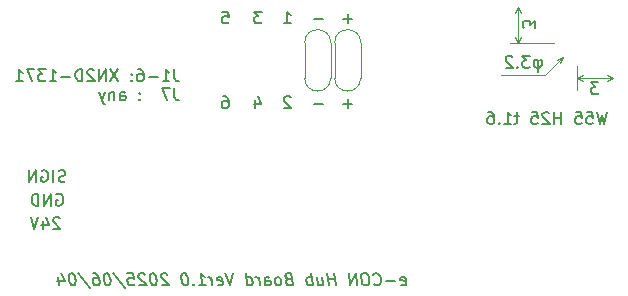
<source format=gbr>
%TF.GenerationSoftware,KiCad,Pcbnew,8.0.5*%
%TF.CreationDate,2025-06-04T17:28:06+09:00*%
%TF.ProjectId,e-con_hub,652d636f-6e5f-4687-9562-2e6b69636164,rev?*%
%TF.SameCoordinates,Original*%
%TF.FileFunction,Legend,Bot*%
%TF.FilePolarity,Positive*%
%FSLAX46Y46*%
G04 Gerber Fmt 4.6, Leading zero omitted, Abs format (unit mm)*
G04 Created by KiCad (PCBNEW 8.0.5) date 2025-06-04 17:28:06*
%MOMM*%
%LPD*%
G01*
G04 APERTURE LIST*
%ADD10C,0.150000*%
%ADD11C,0.100000*%
G04 APERTURE END LIST*
D10*
X180758458Y-89369819D02*
X180139411Y-89369819D01*
X180139411Y-89369819D02*
X180472744Y-89750771D01*
X180472744Y-89750771D02*
X180329887Y-89750771D01*
X180329887Y-89750771D02*
X180234649Y-89798390D01*
X180234649Y-89798390D02*
X180187030Y-89846009D01*
X180187030Y-89846009D02*
X180139411Y-89941247D01*
X180139411Y-89941247D02*
X180139411Y-90179342D01*
X180139411Y-90179342D02*
X180187030Y-90274580D01*
X180187030Y-90274580D02*
X180234649Y-90322200D01*
X180234649Y-90322200D02*
X180329887Y-90369819D01*
X180329887Y-90369819D02*
X180615601Y-90369819D01*
X180615601Y-90369819D02*
X180710839Y-90322200D01*
X180710839Y-90322200D02*
X180758458Y-90274580D01*
X175380180Y-84758458D02*
X175380180Y-84139411D01*
X175380180Y-84139411D02*
X174999228Y-84472744D01*
X174999228Y-84472744D02*
X174999228Y-84329887D01*
X174999228Y-84329887D02*
X174951609Y-84234649D01*
X174951609Y-84234649D02*
X174903990Y-84187030D01*
X174903990Y-84187030D02*
X174808752Y-84139411D01*
X174808752Y-84139411D02*
X174570657Y-84139411D01*
X174570657Y-84139411D02*
X174475419Y-84187030D01*
X174475419Y-84187030D02*
X174427800Y-84234649D01*
X174427800Y-84234649D02*
X174380180Y-84329887D01*
X174380180Y-84329887D02*
X174380180Y-84615601D01*
X174380180Y-84615601D02*
X174427800Y-84710839D01*
X174427800Y-84710839D02*
X174475419Y-84758458D01*
X175865601Y-87453152D02*
X175913220Y-87500771D01*
X175913220Y-87500771D02*
X175960839Y-87596009D01*
X175960839Y-87596009D02*
X175960839Y-87881723D01*
X175960839Y-87881723D02*
X175913220Y-87976961D01*
X175913220Y-87976961D02*
X175817982Y-88072200D01*
X175817982Y-88072200D02*
X175722744Y-88119819D01*
X175722744Y-88119819D02*
X175532268Y-88119819D01*
X175532268Y-88119819D02*
X175437030Y-88072200D01*
X175437030Y-88072200D02*
X175341792Y-87976961D01*
X175341792Y-87976961D02*
X175294173Y-87881723D01*
X175294173Y-87881723D02*
X175294173Y-87596009D01*
X175294173Y-87596009D02*
X175341792Y-87500771D01*
X175341792Y-87500771D02*
X175437030Y-87453152D01*
X175437030Y-87453152D02*
X175484649Y-87453152D01*
X175484649Y-87453152D02*
X175579887Y-87500771D01*
X175579887Y-87500771D02*
X175627506Y-87596009D01*
X175627506Y-87596009D02*
X175627506Y-88453152D01*
X174960839Y-87119819D02*
X174341792Y-87119819D01*
X174341792Y-87119819D02*
X174675125Y-87500771D01*
X174675125Y-87500771D02*
X174532268Y-87500771D01*
X174532268Y-87500771D02*
X174437030Y-87548390D01*
X174437030Y-87548390D02*
X174389411Y-87596009D01*
X174389411Y-87596009D02*
X174341792Y-87691247D01*
X174341792Y-87691247D02*
X174341792Y-87929342D01*
X174341792Y-87929342D02*
X174389411Y-88024580D01*
X174389411Y-88024580D02*
X174437030Y-88072200D01*
X174437030Y-88072200D02*
X174532268Y-88119819D01*
X174532268Y-88119819D02*
X174817982Y-88119819D01*
X174817982Y-88119819D02*
X174913220Y-88072200D01*
X174913220Y-88072200D02*
X174960839Y-88024580D01*
X173913220Y-88024580D02*
X173865601Y-88072200D01*
X173865601Y-88072200D02*
X173913220Y-88119819D01*
X173913220Y-88119819D02*
X173960839Y-88072200D01*
X173960839Y-88072200D02*
X173913220Y-88024580D01*
X173913220Y-88024580D02*
X173913220Y-88119819D01*
X173484649Y-87215057D02*
X173437030Y-87167438D01*
X173437030Y-87167438D02*
X173341792Y-87119819D01*
X173341792Y-87119819D02*
X173103697Y-87119819D01*
X173103697Y-87119819D02*
X173008459Y-87167438D01*
X173008459Y-87167438D02*
X172960840Y-87215057D01*
X172960840Y-87215057D02*
X172913221Y-87310295D01*
X172913221Y-87310295D02*
X172913221Y-87405533D01*
X172913221Y-87405533D02*
X172960840Y-87548390D01*
X172960840Y-87548390D02*
X173532268Y-88119819D01*
X173532268Y-88119819D02*
X172913221Y-88119819D01*
D11*
X177750000Y-87250000D02*
X177500000Y-87750000D01*
X177750000Y-87250000D02*
X177250000Y-87500000D01*
X176250000Y-88750000D02*
X172500000Y-88750000D01*
X177750000Y-87250000D02*
X176250000Y-88750000D01*
X174000000Y-83000000D02*
X173750000Y-83500000D01*
X174000000Y-83000000D02*
X174250000Y-83500000D01*
X174000000Y-86000000D02*
X173750000Y-85500000D01*
X174000000Y-86000000D02*
X174250000Y-85500000D01*
X182000000Y-89000000D02*
X181500000Y-88750000D01*
X182000000Y-89000000D02*
X181500000Y-89250000D01*
X179000000Y-89000000D02*
X179500000Y-89250000D01*
X179000000Y-89000000D02*
X179500000Y-88750000D01*
X179000000Y-89000000D02*
X182000000Y-89000000D01*
X174000000Y-86000000D02*
X174000000Y-83000000D01*
X177000000Y-86000000D02*
X173250000Y-86000000D01*
X179000000Y-88000000D02*
X179000000Y-90000000D01*
D10*
X181508458Y-91869819D02*
X181270363Y-92869819D01*
X181270363Y-92869819D02*
X181079887Y-92155533D01*
X181079887Y-92155533D02*
X180889411Y-92869819D01*
X180889411Y-92869819D02*
X180651316Y-91869819D01*
X179794173Y-91869819D02*
X180270363Y-91869819D01*
X180270363Y-91869819D02*
X180317982Y-92346009D01*
X180317982Y-92346009D02*
X180270363Y-92298390D01*
X180270363Y-92298390D02*
X180175125Y-92250771D01*
X180175125Y-92250771D02*
X179937030Y-92250771D01*
X179937030Y-92250771D02*
X179841792Y-92298390D01*
X179841792Y-92298390D02*
X179794173Y-92346009D01*
X179794173Y-92346009D02*
X179746554Y-92441247D01*
X179746554Y-92441247D02*
X179746554Y-92679342D01*
X179746554Y-92679342D02*
X179794173Y-92774580D01*
X179794173Y-92774580D02*
X179841792Y-92822200D01*
X179841792Y-92822200D02*
X179937030Y-92869819D01*
X179937030Y-92869819D02*
X180175125Y-92869819D01*
X180175125Y-92869819D02*
X180270363Y-92822200D01*
X180270363Y-92822200D02*
X180317982Y-92774580D01*
X178841792Y-91869819D02*
X179317982Y-91869819D01*
X179317982Y-91869819D02*
X179365601Y-92346009D01*
X179365601Y-92346009D02*
X179317982Y-92298390D01*
X179317982Y-92298390D02*
X179222744Y-92250771D01*
X179222744Y-92250771D02*
X178984649Y-92250771D01*
X178984649Y-92250771D02*
X178889411Y-92298390D01*
X178889411Y-92298390D02*
X178841792Y-92346009D01*
X178841792Y-92346009D02*
X178794173Y-92441247D01*
X178794173Y-92441247D02*
X178794173Y-92679342D01*
X178794173Y-92679342D02*
X178841792Y-92774580D01*
X178841792Y-92774580D02*
X178889411Y-92822200D01*
X178889411Y-92822200D02*
X178984649Y-92869819D01*
X178984649Y-92869819D02*
X179222744Y-92869819D01*
X179222744Y-92869819D02*
X179317982Y-92822200D01*
X179317982Y-92822200D02*
X179365601Y-92774580D01*
X177603696Y-92869819D02*
X177603696Y-91869819D01*
X177603696Y-92346009D02*
X177032268Y-92346009D01*
X177032268Y-92869819D02*
X177032268Y-91869819D01*
X176603696Y-91965057D02*
X176556077Y-91917438D01*
X176556077Y-91917438D02*
X176460839Y-91869819D01*
X176460839Y-91869819D02*
X176222744Y-91869819D01*
X176222744Y-91869819D02*
X176127506Y-91917438D01*
X176127506Y-91917438D02*
X176079887Y-91965057D01*
X176079887Y-91965057D02*
X176032268Y-92060295D01*
X176032268Y-92060295D02*
X176032268Y-92155533D01*
X176032268Y-92155533D02*
X176079887Y-92298390D01*
X176079887Y-92298390D02*
X176651315Y-92869819D01*
X176651315Y-92869819D02*
X176032268Y-92869819D01*
X175127506Y-91869819D02*
X175603696Y-91869819D01*
X175603696Y-91869819D02*
X175651315Y-92346009D01*
X175651315Y-92346009D02*
X175603696Y-92298390D01*
X175603696Y-92298390D02*
X175508458Y-92250771D01*
X175508458Y-92250771D02*
X175270363Y-92250771D01*
X175270363Y-92250771D02*
X175175125Y-92298390D01*
X175175125Y-92298390D02*
X175127506Y-92346009D01*
X175127506Y-92346009D02*
X175079887Y-92441247D01*
X175079887Y-92441247D02*
X175079887Y-92679342D01*
X175079887Y-92679342D02*
X175127506Y-92774580D01*
X175127506Y-92774580D02*
X175175125Y-92822200D01*
X175175125Y-92822200D02*
X175270363Y-92869819D01*
X175270363Y-92869819D02*
X175508458Y-92869819D01*
X175508458Y-92869819D02*
X175603696Y-92822200D01*
X175603696Y-92822200D02*
X175651315Y-92774580D01*
X174032267Y-92203152D02*
X173651315Y-92203152D01*
X173889410Y-91869819D02*
X173889410Y-92726961D01*
X173889410Y-92726961D02*
X173841791Y-92822200D01*
X173841791Y-92822200D02*
X173746553Y-92869819D01*
X173746553Y-92869819D02*
X173651315Y-92869819D01*
X172794172Y-92869819D02*
X173365600Y-92869819D01*
X173079886Y-92869819D02*
X173079886Y-91869819D01*
X173079886Y-91869819D02*
X173175124Y-92012676D01*
X173175124Y-92012676D02*
X173270362Y-92107914D01*
X173270362Y-92107914D02*
X173365600Y-92155533D01*
X172365600Y-92774580D02*
X172317981Y-92822200D01*
X172317981Y-92822200D02*
X172365600Y-92869819D01*
X172365600Y-92869819D02*
X172413219Y-92822200D01*
X172413219Y-92822200D02*
X172365600Y-92774580D01*
X172365600Y-92774580D02*
X172365600Y-92869819D01*
X171460839Y-91869819D02*
X171651315Y-91869819D01*
X171651315Y-91869819D02*
X171746553Y-91917438D01*
X171746553Y-91917438D02*
X171794172Y-91965057D01*
X171794172Y-91965057D02*
X171889410Y-92107914D01*
X171889410Y-92107914D02*
X171937029Y-92298390D01*
X171937029Y-92298390D02*
X171937029Y-92679342D01*
X171937029Y-92679342D02*
X171889410Y-92774580D01*
X171889410Y-92774580D02*
X171841791Y-92822200D01*
X171841791Y-92822200D02*
X171746553Y-92869819D01*
X171746553Y-92869819D02*
X171556077Y-92869819D01*
X171556077Y-92869819D02*
X171460839Y-92822200D01*
X171460839Y-92822200D02*
X171413220Y-92774580D01*
X171413220Y-92774580D02*
X171365601Y-92679342D01*
X171365601Y-92679342D02*
X171365601Y-92441247D01*
X171365601Y-92441247D02*
X171413220Y-92346009D01*
X171413220Y-92346009D02*
X171460839Y-92298390D01*
X171460839Y-92298390D02*
X171556077Y-92250771D01*
X171556077Y-92250771D02*
X171746553Y-92250771D01*
X171746553Y-92250771D02*
X171841791Y-92298390D01*
X171841791Y-92298390D02*
X171889410Y-92346009D01*
X171889410Y-92346009D02*
X171937029Y-92441247D01*
X164086781Y-106492200D02*
X164187971Y-106539819D01*
X164187971Y-106539819D02*
X164378448Y-106539819D01*
X164378448Y-106539819D02*
X164467733Y-106492200D01*
X164467733Y-106492200D02*
X164503448Y-106396961D01*
X164503448Y-106396961D02*
X164455829Y-106016009D01*
X164455829Y-106016009D02*
X164396305Y-105920771D01*
X164396305Y-105920771D02*
X164295114Y-105873152D01*
X164295114Y-105873152D02*
X164104638Y-105873152D01*
X164104638Y-105873152D02*
X164015352Y-105920771D01*
X164015352Y-105920771D02*
X163979638Y-106016009D01*
X163979638Y-106016009D02*
X163991543Y-106111247D01*
X163991543Y-106111247D02*
X164479638Y-106206485D01*
X163568924Y-106158866D02*
X162807019Y-106158866D01*
X161795114Y-106444580D02*
X161848686Y-106492200D01*
X161848686Y-106492200D02*
X161997495Y-106539819D01*
X161997495Y-106539819D02*
X162092733Y-106539819D01*
X162092733Y-106539819D02*
X162229638Y-106492200D01*
X162229638Y-106492200D02*
X162312971Y-106396961D01*
X162312971Y-106396961D02*
X162348686Y-106301723D01*
X162348686Y-106301723D02*
X162372495Y-106111247D01*
X162372495Y-106111247D02*
X162354638Y-105968390D01*
X162354638Y-105968390D02*
X162283210Y-105777914D01*
X162283210Y-105777914D02*
X162223686Y-105682676D01*
X162223686Y-105682676D02*
X162116543Y-105587438D01*
X162116543Y-105587438D02*
X161967733Y-105539819D01*
X161967733Y-105539819D02*
X161872495Y-105539819D01*
X161872495Y-105539819D02*
X161735591Y-105587438D01*
X161735591Y-105587438D02*
X161693924Y-105635057D01*
X161062971Y-105539819D02*
X160872495Y-105539819D01*
X160872495Y-105539819D02*
X160783210Y-105587438D01*
X160783210Y-105587438D02*
X160699876Y-105682676D01*
X160699876Y-105682676D02*
X160676067Y-105873152D01*
X160676067Y-105873152D02*
X160717733Y-106206485D01*
X160717733Y-106206485D02*
X160789162Y-106396961D01*
X160789162Y-106396961D02*
X160896305Y-106492200D01*
X160896305Y-106492200D02*
X160997495Y-106539819D01*
X160997495Y-106539819D02*
X161187971Y-106539819D01*
X161187971Y-106539819D02*
X161277257Y-106492200D01*
X161277257Y-106492200D02*
X161360591Y-106396961D01*
X161360591Y-106396961D02*
X161384400Y-106206485D01*
X161384400Y-106206485D02*
X161342733Y-105873152D01*
X161342733Y-105873152D02*
X161271305Y-105682676D01*
X161271305Y-105682676D02*
X161164162Y-105587438D01*
X161164162Y-105587438D02*
X161062971Y-105539819D01*
X160330829Y-106539819D02*
X160205829Y-105539819D01*
X160205829Y-105539819D02*
X159759400Y-106539819D01*
X159759400Y-106539819D02*
X159634400Y-105539819D01*
X158521305Y-106539819D02*
X158396305Y-105539819D01*
X158455828Y-106016009D02*
X157884400Y-106016009D01*
X157949876Y-106539819D02*
X157824876Y-105539819D01*
X156961781Y-105873152D02*
X157045114Y-106539819D01*
X157390352Y-105873152D02*
X157455829Y-106396961D01*
X157455829Y-106396961D02*
X157420114Y-106492200D01*
X157420114Y-106492200D02*
X157330829Y-106539819D01*
X157330829Y-106539819D02*
X157187971Y-106539819D01*
X157187971Y-106539819D02*
X157086781Y-106492200D01*
X157086781Y-106492200D02*
X157033209Y-106444580D01*
X156568924Y-106539819D02*
X156443924Y-105539819D01*
X156491543Y-105920771D02*
X156390352Y-105873152D01*
X156390352Y-105873152D02*
X156199876Y-105873152D01*
X156199876Y-105873152D02*
X156110590Y-105920771D01*
X156110590Y-105920771D02*
X156068924Y-105968390D01*
X156068924Y-105968390D02*
X156033209Y-106063628D01*
X156033209Y-106063628D02*
X156068924Y-106349342D01*
X156068924Y-106349342D02*
X156128447Y-106444580D01*
X156128447Y-106444580D02*
X156182019Y-106492200D01*
X156182019Y-106492200D02*
X156283209Y-106539819D01*
X156283209Y-106539819D02*
X156473686Y-106539819D01*
X156473686Y-106539819D02*
X156562971Y-106492200D01*
X154503447Y-106016009D02*
X154366542Y-106063628D01*
X154366542Y-106063628D02*
X154324876Y-106111247D01*
X154324876Y-106111247D02*
X154289161Y-106206485D01*
X154289161Y-106206485D02*
X154307019Y-106349342D01*
X154307019Y-106349342D02*
X154366542Y-106444580D01*
X154366542Y-106444580D02*
X154420114Y-106492200D01*
X154420114Y-106492200D02*
X154521304Y-106539819D01*
X154521304Y-106539819D02*
X154902257Y-106539819D01*
X154902257Y-106539819D02*
X154777257Y-105539819D01*
X154777257Y-105539819D02*
X154443923Y-105539819D01*
X154443923Y-105539819D02*
X154354638Y-105587438D01*
X154354638Y-105587438D02*
X154312971Y-105635057D01*
X154312971Y-105635057D02*
X154277257Y-105730295D01*
X154277257Y-105730295D02*
X154289161Y-105825533D01*
X154289161Y-105825533D02*
X154348685Y-105920771D01*
X154348685Y-105920771D02*
X154402257Y-105968390D01*
X154402257Y-105968390D02*
X154503447Y-106016009D01*
X154503447Y-106016009D02*
X154836780Y-106016009D01*
X153759400Y-106539819D02*
X153848685Y-106492200D01*
X153848685Y-106492200D02*
X153890352Y-106444580D01*
X153890352Y-106444580D02*
X153926066Y-106349342D01*
X153926066Y-106349342D02*
X153890352Y-106063628D01*
X153890352Y-106063628D02*
X153830828Y-105968390D01*
X153830828Y-105968390D02*
X153777257Y-105920771D01*
X153777257Y-105920771D02*
X153676066Y-105873152D01*
X153676066Y-105873152D02*
X153533209Y-105873152D01*
X153533209Y-105873152D02*
X153443923Y-105920771D01*
X153443923Y-105920771D02*
X153402257Y-105968390D01*
X153402257Y-105968390D02*
X153366542Y-106063628D01*
X153366542Y-106063628D02*
X153402257Y-106349342D01*
X153402257Y-106349342D02*
X153461780Y-106444580D01*
X153461780Y-106444580D02*
X153515352Y-106492200D01*
X153515352Y-106492200D02*
X153616542Y-106539819D01*
X153616542Y-106539819D02*
X153759400Y-106539819D01*
X152568923Y-106539819D02*
X152503447Y-106016009D01*
X152503447Y-106016009D02*
X152539161Y-105920771D01*
X152539161Y-105920771D02*
X152628447Y-105873152D01*
X152628447Y-105873152D02*
X152818923Y-105873152D01*
X152818923Y-105873152D02*
X152920114Y-105920771D01*
X152562971Y-106492200D02*
X152664161Y-106539819D01*
X152664161Y-106539819D02*
X152902257Y-106539819D01*
X152902257Y-106539819D02*
X152991542Y-106492200D01*
X152991542Y-106492200D02*
X153027257Y-106396961D01*
X153027257Y-106396961D02*
X153015352Y-106301723D01*
X153015352Y-106301723D02*
X152955828Y-106206485D01*
X152955828Y-106206485D02*
X152854638Y-106158866D01*
X152854638Y-106158866D02*
X152616542Y-106158866D01*
X152616542Y-106158866D02*
X152515352Y-106111247D01*
X152092733Y-106539819D02*
X152009399Y-105873152D01*
X152033209Y-106063628D02*
X151973685Y-105968390D01*
X151973685Y-105968390D02*
X151920114Y-105920771D01*
X151920114Y-105920771D02*
X151818923Y-105873152D01*
X151818923Y-105873152D02*
X151723685Y-105873152D01*
X151045113Y-106539819D02*
X150920113Y-105539819D01*
X151039161Y-106492200D02*
X151140351Y-106539819D01*
X151140351Y-106539819D02*
X151330828Y-106539819D01*
X151330828Y-106539819D02*
X151420113Y-106492200D01*
X151420113Y-106492200D02*
X151461780Y-106444580D01*
X151461780Y-106444580D02*
X151497494Y-106349342D01*
X151497494Y-106349342D02*
X151461780Y-106063628D01*
X151461780Y-106063628D02*
X151402256Y-105968390D01*
X151402256Y-105968390D02*
X151348685Y-105920771D01*
X151348685Y-105920771D02*
X151247494Y-105873152D01*
X151247494Y-105873152D02*
X151057018Y-105873152D01*
X151057018Y-105873152D02*
X150967732Y-105920771D01*
X149824875Y-105539819D02*
X149616541Y-106539819D01*
X149616541Y-106539819D02*
X149158208Y-105539819D01*
X148562970Y-106492200D02*
X148664160Y-106539819D01*
X148664160Y-106539819D02*
X148854637Y-106539819D01*
X148854637Y-106539819D02*
X148943922Y-106492200D01*
X148943922Y-106492200D02*
X148979637Y-106396961D01*
X148979637Y-106396961D02*
X148932018Y-106016009D01*
X148932018Y-106016009D02*
X148872494Y-105920771D01*
X148872494Y-105920771D02*
X148771303Y-105873152D01*
X148771303Y-105873152D02*
X148580827Y-105873152D01*
X148580827Y-105873152D02*
X148491541Y-105920771D01*
X148491541Y-105920771D02*
X148455827Y-106016009D01*
X148455827Y-106016009D02*
X148467732Y-106111247D01*
X148467732Y-106111247D02*
X148955827Y-106206485D01*
X148092732Y-106539819D02*
X148009398Y-105873152D01*
X148033208Y-106063628D02*
X147973684Y-105968390D01*
X147973684Y-105968390D02*
X147920113Y-105920771D01*
X147920113Y-105920771D02*
X147818922Y-105873152D01*
X147818922Y-105873152D02*
X147723684Y-105873152D01*
X146949874Y-106539819D02*
X147521303Y-106539819D01*
X147235588Y-106539819D02*
X147110588Y-105539819D01*
X147110588Y-105539819D02*
X147223684Y-105682676D01*
X147223684Y-105682676D02*
X147330827Y-105777914D01*
X147330827Y-105777914D02*
X147432017Y-105825533D01*
X146509398Y-106444580D02*
X146467731Y-106492200D01*
X146467731Y-106492200D02*
X146521303Y-106539819D01*
X146521303Y-106539819D02*
X146562969Y-106492200D01*
X146562969Y-106492200D02*
X146509398Y-106444580D01*
X146509398Y-106444580D02*
X146521303Y-106539819D01*
X145729636Y-105539819D02*
X145634398Y-105539819D01*
X145634398Y-105539819D02*
X145545113Y-105587438D01*
X145545113Y-105587438D02*
X145503446Y-105635057D01*
X145503446Y-105635057D02*
X145467732Y-105730295D01*
X145467732Y-105730295D02*
X145443922Y-105920771D01*
X145443922Y-105920771D02*
X145473684Y-106158866D01*
X145473684Y-106158866D02*
X145545113Y-106349342D01*
X145545113Y-106349342D02*
X145604636Y-106444580D01*
X145604636Y-106444580D02*
X145658208Y-106492200D01*
X145658208Y-106492200D02*
X145759398Y-106539819D01*
X145759398Y-106539819D02*
X145854636Y-106539819D01*
X145854636Y-106539819D02*
X145943922Y-106492200D01*
X145943922Y-106492200D02*
X145985589Y-106444580D01*
X145985589Y-106444580D02*
X146021303Y-106349342D01*
X146021303Y-106349342D02*
X146045113Y-106158866D01*
X146045113Y-106158866D02*
X146015351Y-105920771D01*
X146015351Y-105920771D02*
X145943922Y-105730295D01*
X145943922Y-105730295D02*
X145884398Y-105635057D01*
X145884398Y-105635057D02*
X145830827Y-105587438D01*
X145830827Y-105587438D02*
X145729636Y-105539819D01*
X144265350Y-105635057D02*
X144211779Y-105587438D01*
X144211779Y-105587438D02*
X144110589Y-105539819D01*
X144110589Y-105539819D02*
X143872493Y-105539819D01*
X143872493Y-105539819D02*
X143783208Y-105587438D01*
X143783208Y-105587438D02*
X143741541Y-105635057D01*
X143741541Y-105635057D02*
X143705827Y-105730295D01*
X143705827Y-105730295D02*
X143717731Y-105825533D01*
X143717731Y-105825533D02*
X143783208Y-105968390D01*
X143783208Y-105968390D02*
X144426065Y-106539819D01*
X144426065Y-106539819D02*
X143807017Y-106539819D01*
X143062969Y-105539819D02*
X142967731Y-105539819D01*
X142967731Y-105539819D02*
X142878446Y-105587438D01*
X142878446Y-105587438D02*
X142836779Y-105635057D01*
X142836779Y-105635057D02*
X142801065Y-105730295D01*
X142801065Y-105730295D02*
X142777255Y-105920771D01*
X142777255Y-105920771D02*
X142807017Y-106158866D01*
X142807017Y-106158866D02*
X142878446Y-106349342D01*
X142878446Y-106349342D02*
X142937969Y-106444580D01*
X142937969Y-106444580D02*
X142991541Y-106492200D01*
X142991541Y-106492200D02*
X143092731Y-106539819D01*
X143092731Y-106539819D02*
X143187969Y-106539819D01*
X143187969Y-106539819D02*
X143277255Y-106492200D01*
X143277255Y-106492200D02*
X143318922Y-106444580D01*
X143318922Y-106444580D02*
X143354636Y-106349342D01*
X143354636Y-106349342D02*
X143378446Y-106158866D01*
X143378446Y-106158866D02*
X143348684Y-105920771D01*
X143348684Y-105920771D02*
X143277255Y-105730295D01*
X143277255Y-105730295D02*
X143217731Y-105635057D01*
X143217731Y-105635057D02*
X143164160Y-105587438D01*
X143164160Y-105587438D02*
X143062969Y-105539819D01*
X142360588Y-105635057D02*
X142307017Y-105587438D01*
X142307017Y-105587438D02*
X142205827Y-105539819D01*
X142205827Y-105539819D02*
X141967731Y-105539819D01*
X141967731Y-105539819D02*
X141878446Y-105587438D01*
X141878446Y-105587438D02*
X141836779Y-105635057D01*
X141836779Y-105635057D02*
X141801065Y-105730295D01*
X141801065Y-105730295D02*
X141812969Y-105825533D01*
X141812969Y-105825533D02*
X141878446Y-105968390D01*
X141878446Y-105968390D02*
X142521303Y-106539819D01*
X142521303Y-106539819D02*
X141902255Y-106539819D01*
X140872493Y-105539819D02*
X141348684Y-105539819D01*
X141348684Y-105539819D02*
X141455827Y-106016009D01*
X141455827Y-106016009D02*
X141402255Y-105968390D01*
X141402255Y-105968390D02*
X141301065Y-105920771D01*
X141301065Y-105920771D02*
X141062969Y-105920771D01*
X141062969Y-105920771D02*
X140973684Y-105968390D01*
X140973684Y-105968390D02*
X140932017Y-106016009D01*
X140932017Y-106016009D02*
X140896303Y-106111247D01*
X140896303Y-106111247D02*
X140926065Y-106349342D01*
X140926065Y-106349342D02*
X140985588Y-106444580D01*
X140985588Y-106444580D02*
X141039160Y-106492200D01*
X141039160Y-106492200D02*
X141140350Y-106539819D01*
X141140350Y-106539819D02*
X141378446Y-106539819D01*
X141378446Y-106539819D02*
X141467731Y-106492200D01*
X141467731Y-106492200D02*
X141509398Y-106444580D01*
X139676065Y-105492200D02*
X140693922Y-106777914D01*
X139158207Y-105539819D02*
X139062969Y-105539819D01*
X139062969Y-105539819D02*
X138973684Y-105587438D01*
X138973684Y-105587438D02*
X138932017Y-105635057D01*
X138932017Y-105635057D02*
X138896303Y-105730295D01*
X138896303Y-105730295D02*
X138872493Y-105920771D01*
X138872493Y-105920771D02*
X138902255Y-106158866D01*
X138902255Y-106158866D02*
X138973684Y-106349342D01*
X138973684Y-106349342D02*
X139033207Y-106444580D01*
X139033207Y-106444580D02*
X139086779Y-106492200D01*
X139086779Y-106492200D02*
X139187969Y-106539819D01*
X139187969Y-106539819D02*
X139283207Y-106539819D01*
X139283207Y-106539819D02*
X139372493Y-106492200D01*
X139372493Y-106492200D02*
X139414160Y-106444580D01*
X139414160Y-106444580D02*
X139449874Y-106349342D01*
X139449874Y-106349342D02*
X139473684Y-106158866D01*
X139473684Y-106158866D02*
X139443922Y-105920771D01*
X139443922Y-105920771D02*
X139372493Y-105730295D01*
X139372493Y-105730295D02*
X139312969Y-105635057D01*
X139312969Y-105635057D02*
X139259398Y-105587438D01*
X139259398Y-105587438D02*
X139158207Y-105539819D01*
X137967731Y-105539819D02*
X138158207Y-105539819D01*
X138158207Y-105539819D02*
X138259398Y-105587438D01*
X138259398Y-105587438D02*
X138312969Y-105635057D01*
X138312969Y-105635057D02*
X138426065Y-105777914D01*
X138426065Y-105777914D02*
X138497493Y-105968390D01*
X138497493Y-105968390D02*
X138545112Y-106349342D01*
X138545112Y-106349342D02*
X138509398Y-106444580D01*
X138509398Y-106444580D02*
X138467731Y-106492200D01*
X138467731Y-106492200D02*
X138378446Y-106539819D01*
X138378446Y-106539819D02*
X138187969Y-106539819D01*
X138187969Y-106539819D02*
X138086779Y-106492200D01*
X138086779Y-106492200D02*
X138033207Y-106444580D01*
X138033207Y-106444580D02*
X137973684Y-106349342D01*
X137973684Y-106349342D02*
X137943922Y-106111247D01*
X137943922Y-106111247D02*
X137979636Y-106016009D01*
X137979636Y-106016009D02*
X138021303Y-105968390D01*
X138021303Y-105968390D02*
X138110588Y-105920771D01*
X138110588Y-105920771D02*
X138301065Y-105920771D01*
X138301065Y-105920771D02*
X138402255Y-105968390D01*
X138402255Y-105968390D02*
X138455826Y-106016009D01*
X138455826Y-106016009D02*
X138515350Y-106111247D01*
X136723684Y-105492200D02*
X137741541Y-106777914D01*
X136205826Y-105539819D02*
X136110588Y-105539819D01*
X136110588Y-105539819D02*
X136021303Y-105587438D01*
X136021303Y-105587438D02*
X135979636Y-105635057D01*
X135979636Y-105635057D02*
X135943922Y-105730295D01*
X135943922Y-105730295D02*
X135920112Y-105920771D01*
X135920112Y-105920771D02*
X135949874Y-106158866D01*
X135949874Y-106158866D02*
X136021303Y-106349342D01*
X136021303Y-106349342D02*
X136080826Y-106444580D01*
X136080826Y-106444580D02*
X136134398Y-106492200D01*
X136134398Y-106492200D02*
X136235588Y-106539819D01*
X136235588Y-106539819D02*
X136330826Y-106539819D01*
X136330826Y-106539819D02*
X136420112Y-106492200D01*
X136420112Y-106492200D02*
X136461779Y-106444580D01*
X136461779Y-106444580D02*
X136497493Y-106349342D01*
X136497493Y-106349342D02*
X136521303Y-106158866D01*
X136521303Y-106158866D02*
X136491541Y-105920771D01*
X136491541Y-105920771D02*
X136420112Y-105730295D01*
X136420112Y-105730295D02*
X136360588Y-105635057D01*
X136360588Y-105635057D02*
X136307017Y-105587438D01*
X136307017Y-105587438D02*
X136205826Y-105539819D01*
X135057017Y-105873152D02*
X135140350Y-106539819D01*
X135247493Y-105492200D02*
X135574874Y-106206485D01*
X135574874Y-106206485D02*
X134955826Y-106206485D01*
X135170112Y-100885057D02*
X135122493Y-100837438D01*
X135122493Y-100837438D02*
X135027255Y-100789819D01*
X135027255Y-100789819D02*
X134789160Y-100789819D01*
X134789160Y-100789819D02*
X134693922Y-100837438D01*
X134693922Y-100837438D02*
X134646303Y-100885057D01*
X134646303Y-100885057D02*
X134598684Y-100980295D01*
X134598684Y-100980295D02*
X134598684Y-101075533D01*
X134598684Y-101075533D02*
X134646303Y-101218390D01*
X134646303Y-101218390D02*
X135217731Y-101789819D01*
X135217731Y-101789819D02*
X134598684Y-101789819D01*
X133741541Y-101123152D02*
X133741541Y-101789819D01*
X133979636Y-100742200D02*
X134217731Y-101456485D01*
X134217731Y-101456485D02*
X133598684Y-101456485D01*
X133360588Y-100789819D02*
X133027255Y-101789819D01*
X133027255Y-101789819D02*
X132693922Y-100789819D01*
X134884398Y-98837438D02*
X134979636Y-98789819D01*
X134979636Y-98789819D02*
X135122493Y-98789819D01*
X135122493Y-98789819D02*
X135265350Y-98837438D01*
X135265350Y-98837438D02*
X135360588Y-98932676D01*
X135360588Y-98932676D02*
X135408207Y-99027914D01*
X135408207Y-99027914D02*
X135455826Y-99218390D01*
X135455826Y-99218390D02*
X135455826Y-99361247D01*
X135455826Y-99361247D02*
X135408207Y-99551723D01*
X135408207Y-99551723D02*
X135360588Y-99646961D01*
X135360588Y-99646961D02*
X135265350Y-99742200D01*
X135265350Y-99742200D02*
X135122493Y-99789819D01*
X135122493Y-99789819D02*
X135027255Y-99789819D01*
X135027255Y-99789819D02*
X134884398Y-99742200D01*
X134884398Y-99742200D02*
X134836779Y-99694580D01*
X134836779Y-99694580D02*
X134836779Y-99361247D01*
X134836779Y-99361247D02*
X135027255Y-99361247D01*
X134408207Y-99789819D02*
X134408207Y-98789819D01*
X134408207Y-98789819D02*
X133836779Y-99789819D01*
X133836779Y-99789819D02*
X133836779Y-98789819D01*
X133360588Y-99789819D02*
X133360588Y-98789819D01*
X133360588Y-98789819D02*
X133122493Y-98789819D01*
X133122493Y-98789819D02*
X132979636Y-98837438D01*
X132979636Y-98837438D02*
X132884398Y-98932676D01*
X132884398Y-98932676D02*
X132836779Y-99027914D01*
X132836779Y-99027914D02*
X132789160Y-99218390D01*
X132789160Y-99218390D02*
X132789160Y-99361247D01*
X132789160Y-99361247D02*
X132836779Y-99551723D01*
X132836779Y-99551723D02*
X132884398Y-99646961D01*
X132884398Y-99646961D02*
X132979636Y-99742200D01*
X132979636Y-99742200D02*
X133122493Y-99789819D01*
X133122493Y-99789819D02*
X133360588Y-99789819D01*
X135634397Y-97742200D02*
X135491540Y-97789819D01*
X135491540Y-97789819D02*
X135253445Y-97789819D01*
X135253445Y-97789819D02*
X135158207Y-97742200D01*
X135158207Y-97742200D02*
X135110588Y-97694580D01*
X135110588Y-97694580D02*
X135062969Y-97599342D01*
X135062969Y-97599342D02*
X135062969Y-97504104D01*
X135062969Y-97504104D02*
X135110588Y-97408866D01*
X135110588Y-97408866D02*
X135158207Y-97361247D01*
X135158207Y-97361247D02*
X135253445Y-97313628D01*
X135253445Y-97313628D02*
X135443921Y-97266009D01*
X135443921Y-97266009D02*
X135539159Y-97218390D01*
X135539159Y-97218390D02*
X135586778Y-97170771D01*
X135586778Y-97170771D02*
X135634397Y-97075533D01*
X135634397Y-97075533D02*
X135634397Y-96980295D01*
X135634397Y-96980295D02*
X135586778Y-96885057D01*
X135586778Y-96885057D02*
X135539159Y-96837438D01*
X135539159Y-96837438D02*
X135443921Y-96789819D01*
X135443921Y-96789819D02*
X135205826Y-96789819D01*
X135205826Y-96789819D02*
X135062969Y-96837438D01*
X134634397Y-97789819D02*
X134634397Y-96789819D01*
X133634398Y-96837438D02*
X133729636Y-96789819D01*
X133729636Y-96789819D02*
X133872493Y-96789819D01*
X133872493Y-96789819D02*
X134015350Y-96837438D01*
X134015350Y-96837438D02*
X134110588Y-96932676D01*
X134110588Y-96932676D02*
X134158207Y-97027914D01*
X134158207Y-97027914D02*
X134205826Y-97218390D01*
X134205826Y-97218390D02*
X134205826Y-97361247D01*
X134205826Y-97361247D02*
X134158207Y-97551723D01*
X134158207Y-97551723D02*
X134110588Y-97646961D01*
X134110588Y-97646961D02*
X134015350Y-97742200D01*
X134015350Y-97742200D02*
X133872493Y-97789819D01*
X133872493Y-97789819D02*
X133777255Y-97789819D01*
X133777255Y-97789819D02*
X133634398Y-97742200D01*
X133634398Y-97742200D02*
X133586779Y-97694580D01*
X133586779Y-97694580D02*
X133586779Y-97361247D01*
X133586779Y-97361247D02*
X133777255Y-97361247D01*
X133158207Y-97789819D02*
X133158207Y-96789819D01*
X133158207Y-96789819D02*
X132586779Y-97789819D01*
X132586779Y-97789819D02*
X132586779Y-96789819D01*
X144877506Y-88259875D02*
X144877506Y-88974160D01*
X144877506Y-88974160D02*
X144925125Y-89117017D01*
X144925125Y-89117017D02*
X145020363Y-89212256D01*
X145020363Y-89212256D02*
X145163220Y-89259875D01*
X145163220Y-89259875D02*
X145258458Y-89259875D01*
X143877506Y-89259875D02*
X144448934Y-89259875D01*
X144163220Y-89259875D02*
X144163220Y-88259875D01*
X144163220Y-88259875D02*
X144258458Y-88402732D01*
X144258458Y-88402732D02*
X144353696Y-88497970D01*
X144353696Y-88497970D02*
X144448934Y-88545589D01*
X143448934Y-88878922D02*
X142687030Y-88878922D01*
X141782268Y-88259875D02*
X141972744Y-88259875D01*
X141972744Y-88259875D02*
X142067982Y-88307494D01*
X142067982Y-88307494D02*
X142115601Y-88355113D01*
X142115601Y-88355113D02*
X142210839Y-88497970D01*
X142210839Y-88497970D02*
X142258458Y-88688446D01*
X142258458Y-88688446D02*
X142258458Y-89069398D01*
X142258458Y-89069398D02*
X142210839Y-89164636D01*
X142210839Y-89164636D02*
X142163220Y-89212256D01*
X142163220Y-89212256D02*
X142067982Y-89259875D01*
X142067982Y-89259875D02*
X141877506Y-89259875D01*
X141877506Y-89259875D02*
X141782268Y-89212256D01*
X141782268Y-89212256D02*
X141734649Y-89164636D01*
X141734649Y-89164636D02*
X141687030Y-89069398D01*
X141687030Y-89069398D02*
X141687030Y-88831303D01*
X141687030Y-88831303D02*
X141734649Y-88736065D01*
X141734649Y-88736065D02*
X141782268Y-88688446D01*
X141782268Y-88688446D02*
X141877506Y-88640827D01*
X141877506Y-88640827D02*
X142067982Y-88640827D01*
X142067982Y-88640827D02*
X142163220Y-88688446D01*
X142163220Y-88688446D02*
X142210839Y-88736065D01*
X142210839Y-88736065D02*
X142258458Y-88831303D01*
X141258458Y-89164636D02*
X141210839Y-89212256D01*
X141210839Y-89212256D02*
X141258458Y-89259875D01*
X141258458Y-89259875D02*
X141306077Y-89212256D01*
X141306077Y-89212256D02*
X141258458Y-89164636D01*
X141258458Y-89164636D02*
X141258458Y-89259875D01*
X141258458Y-88640827D02*
X141210839Y-88688446D01*
X141210839Y-88688446D02*
X141258458Y-88736065D01*
X141258458Y-88736065D02*
X141306077Y-88688446D01*
X141306077Y-88688446D02*
X141258458Y-88640827D01*
X141258458Y-88640827D02*
X141258458Y-88736065D01*
X140115601Y-88259875D02*
X139448935Y-89259875D01*
X139448935Y-88259875D02*
X140115601Y-89259875D01*
X139067982Y-89259875D02*
X139067982Y-88259875D01*
X139067982Y-88259875D02*
X138496554Y-89259875D01*
X138496554Y-89259875D02*
X138496554Y-88259875D01*
X138067982Y-88355113D02*
X138020363Y-88307494D01*
X138020363Y-88307494D02*
X137925125Y-88259875D01*
X137925125Y-88259875D02*
X137687030Y-88259875D01*
X137687030Y-88259875D02*
X137591792Y-88307494D01*
X137591792Y-88307494D02*
X137544173Y-88355113D01*
X137544173Y-88355113D02*
X137496554Y-88450351D01*
X137496554Y-88450351D02*
X137496554Y-88545589D01*
X137496554Y-88545589D02*
X137544173Y-88688446D01*
X137544173Y-88688446D02*
X138115601Y-89259875D01*
X138115601Y-89259875D02*
X137496554Y-89259875D01*
X137067982Y-89259875D02*
X137067982Y-88259875D01*
X137067982Y-88259875D02*
X136829887Y-88259875D01*
X136829887Y-88259875D02*
X136687030Y-88307494D01*
X136687030Y-88307494D02*
X136591792Y-88402732D01*
X136591792Y-88402732D02*
X136544173Y-88497970D01*
X136544173Y-88497970D02*
X136496554Y-88688446D01*
X136496554Y-88688446D02*
X136496554Y-88831303D01*
X136496554Y-88831303D02*
X136544173Y-89021779D01*
X136544173Y-89021779D02*
X136591792Y-89117017D01*
X136591792Y-89117017D02*
X136687030Y-89212256D01*
X136687030Y-89212256D02*
X136829887Y-89259875D01*
X136829887Y-89259875D02*
X137067982Y-89259875D01*
X136067982Y-88878922D02*
X135306078Y-88878922D01*
X134306078Y-89259875D02*
X134877506Y-89259875D01*
X134591792Y-89259875D02*
X134591792Y-88259875D01*
X134591792Y-88259875D02*
X134687030Y-88402732D01*
X134687030Y-88402732D02*
X134782268Y-88497970D01*
X134782268Y-88497970D02*
X134877506Y-88545589D01*
X133972744Y-88259875D02*
X133353697Y-88259875D01*
X133353697Y-88259875D02*
X133687030Y-88640827D01*
X133687030Y-88640827D02*
X133544173Y-88640827D01*
X133544173Y-88640827D02*
X133448935Y-88688446D01*
X133448935Y-88688446D02*
X133401316Y-88736065D01*
X133401316Y-88736065D02*
X133353697Y-88831303D01*
X133353697Y-88831303D02*
X133353697Y-89069398D01*
X133353697Y-89069398D02*
X133401316Y-89164636D01*
X133401316Y-89164636D02*
X133448935Y-89212256D01*
X133448935Y-89212256D02*
X133544173Y-89259875D01*
X133544173Y-89259875D02*
X133829887Y-89259875D01*
X133829887Y-89259875D02*
X133925125Y-89212256D01*
X133925125Y-89212256D02*
X133972744Y-89164636D01*
X133020363Y-88259875D02*
X132353697Y-88259875D01*
X132353697Y-88259875D02*
X132782268Y-89259875D01*
X131448935Y-89259875D02*
X132020363Y-89259875D01*
X131734649Y-89259875D02*
X131734649Y-88259875D01*
X131734649Y-88259875D02*
X131829887Y-88402732D01*
X131829887Y-88402732D02*
X131925125Y-88497970D01*
X131925125Y-88497970D02*
X132020363Y-88545589D01*
X144877506Y-89869819D02*
X144877506Y-90584104D01*
X144877506Y-90584104D02*
X144925125Y-90726961D01*
X144925125Y-90726961D02*
X145020363Y-90822200D01*
X145020363Y-90822200D02*
X145163220Y-90869819D01*
X145163220Y-90869819D02*
X145258458Y-90869819D01*
X144496553Y-89869819D02*
X143829887Y-89869819D01*
X143829887Y-89869819D02*
X144258458Y-90869819D01*
X141925124Y-90774580D02*
X141877505Y-90822200D01*
X141877505Y-90822200D02*
X141925124Y-90869819D01*
X141925124Y-90869819D02*
X141972743Y-90822200D01*
X141972743Y-90822200D02*
X141925124Y-90774580D01*
X141925124Y-90774580D02*
X141925124Y-90869819D01*
X141925124Y-90250771D02*
X141877505Y-90298390D01*
X141877505Y-90298390D02*
X141925124Y-90346009D01*
X141925124Y-90346009D02*
X141972743Y-90298390D01*
X141972743Y-90298390D02*
X141925124Y-90250771D01*
X141925124Y-90250771D02*
X141925124Y-90346009D01*
X140258458Y-90869819D02*
X140258458Y-90346009D01*
X140258458Y-90346009D02*
X140306077Y-90250771D01*
X140306077Y-90250771D02*
X140401315Y-90203152D01*
X140401315Y-90203152D02*
X140591791Y-90203152D01*
X140591791Y-90203152D02*
X140687029Y-90250771D01*
X140258458Y-90822200D02*
X140353696Y-90869819D01*
X140353696Y-90869819D02*
X140591791Y-90869819D01*
X140591791Y-90869819D02*
X140687029Y-90822200D01*
X140687029Y-90822200D02*
X140734648Y-90726961D01*
X140734648Y-90726961D02*
X140734648Y-90631723D01*
X140734648Y-90631723D02*
X140687029Y-90536485D01*
X140687029Y-90536485D02*
X140591791Y-90488866D01*
X140591791Y-90488866D02*
X140353696Y-90488866D01*
X140353696Y-90488866D02*
X140258458Y-90441247D01*
X139782267Y-90203152D02*
X139782267Y-90869819D01*
X139782267Y-90298390D02*
X139734648Y-90250771D01*
X139734648Y-90250771D02*
X139639410Y-90203152D01*
X139639410Y-90203152D02*
X139496553Y-90203152D01*
X139496553Y-90203152D02*
X139401315Y-90250771D01*
X139401315Y-90250771D02*
X139353696Y-90346009D01*
X139353696Y-90346009D02*
X139353696Y-90869819D01*
X138972743Y-90203152D02*
X138734648Y-90869819D01*
X138496553Y-90203152D02*
X138734648Y-90869819D01*
X138734648Y-90869819D02*
X138829886Y-91107914D01*
X138829886Y-91107914D02*
X138877505Y-91155533D01*
X138877505Y-91155533D02*
X138972743Y-91203152D01*
X148937030Y-83369819D02*
X149413220Y-83369819D01*
X149413220Y-83369819D02*
X149460839Y-83846009D01*
X149460839Y-83846009D02*
X149413220Y-83798390D01*
X149413220Y-83798390D02*
X149317982Y-83750771D01*
X149317982Y-83750771D02*
X149079887Y-83750771D01*
X149079887Y-83750771D02*
X148984649Y-83798390D01*
X148984649Y-83798390D02*
X148937030Y-83846009D01*
X148937030Y-83846009D02*
X148889411Y-83941247D01*
X148889411Y-83941247D02*
X148889411Y-84179342D01*
X148889411Y-84179342D02*
X148937030Y-84274580D01*
X148937030Y-84274580D02*
X148984649Y-84322200D01*
X148984649Y-84322200D02*
X149079887Y-84369819D01*
X149079887Y-84369819D02*
X149317982Y-84369819D01*
X149317982Y-84369819D02*
X149413220Y-84322200D01*
X149413220Y-84322200D02*
X149460839Y-84274580D01*
X148984649Y-90539819D02*
X149175125Y-90539819D01*
X149175125Y-90539819D02*
X149270363Y-90587438D01*
X149270363Y-90587438D02*
X149317982Y-90635057D01*
X149317982Y-90635057D02*
X149413220Y-90777914D01*
X149413220Y-90777914D02*
X149460839Y-90968390D01*
X149460839Y-90968390D02*
X149460839Y-91349342D01*
X149460839Y-91349342D02*
X149413220Y-91444580D01*
X149413220Y-91444580D02*
X149365601Y-91492200D01*
X149365601Y-91492200D02*
X149270363Y-91539819D01*
X149270363Y-91539819D02*
X149079887Y-91539819D01*
X149079887Y-91539819D02*
X148984649Y-91492200D01*
X148984649Y-91492200D02*
X148937030Y-91444580D01*
X148937030Y-91444580D02*
X148889411Y-91349342D01*
X148889411Y-91349342D02*
X148889411Y-91111247D01*
X148889411Y-91111247D02*
X148937030Y-91016009D01*
X148937030Y-91016009D02*
X148984649Y-90968390D01*
X148984649Y-90968390D02*
X149079887Y-90920771D01*
X149079887Y-90920771D02*
X149270363Y-90920771D01*
X149270363Y-90920771D02*
X149365601Y-90968390D01*
X149365601Y-90968390D02*
X149413220Y-91016009D01*
X149413220Y-91016009D02*
X149460839Y-91111247D01*
X154139411Y-84369819D02*
X154710839Y-84369819D01*
X154425125Y-84369819D02*
X154425125Y-83369819D01*
X154425125Y-83369819D02*
X154520363Y-83512676D01*
X154520363Y-83512676D02*
X154615601Y-83607914D01*
X154615601Y-83607914D02*
X154710839Y-83655533D01*
X154710839Y-90635057D02*
X154663220Y-90587438D01*
X154663220Y-90587438D02*
X154567982Y-90539819D01*
X154567982Y-90539819D02*
X154329887Y-90539819D01*
X154329887Y-90539819D02*
X154234649Y-90587438D01*
X154234649Y-90587438D02*
X154187030Y-90635057D01*
X154187030Y-90635057D02*
X154139411Y-90730295D01*
X154139411Y-90730295D02*
X154139411Y-90825533D01*
X154139411Y-90825533D02*
X154187030Y-90968390D01*
X154187030Y-90968390D02*
X154758458Y-91539819D01*
X154758458Y-91539819D02*
X154139411Y-91539819D01*
X152258458Y-83369819D02*
X151639411Y-83369819D01*
X151639411Y-83369819D02*
X151972744Y-83750771D01*
X151972744Y-83750771D02*
X151829887Y-83750771D01*
X151829887Y-83750771D02*
X151734649Y-83798390D01*
X151734649Y-83798390D02*
X151687030Y-83846009D01*
X151687030Y-83846009D02*
X151639411Y-83941247D01*
X151639411Y-83941247D02*
X151639411Y-84179342D01*
X151639411Y-84179342D02*
X151687030Y-84274580D01*
X151687030Y-84274580D02*
X151734649Y-84322200D01*
X151734649Y-84322200D02*
X151829887Y-84369819D01*
X151829887Y-84369819D02*
X152115601Y-84369819D01*
X152115601Y-84369819D02*
X152210839Y-84322200D01*
X152210839Y-84322200D02*
X152258458Y-84274580D01*
X151734649Y-90873152D02*
X151734649Y-91539819D01*
X151972744Y-90492200D02*
X152210839Y-91206485D01*
X152210839Y-91206485D02*
X151591792Y-91206485D01*
X159913220Y-83988866D02*
X159151316Y-83988866D01*
X159532268Y-84369819D02*
X159532268Y-83607914D01*
X159913220Y-91158866D02*
X159151316Y-91158866D01*
X159532268Y-91539819D02*
X159532268Y-90777914D01*
X157413220Y-91158866D02*
X156651316Y-91158866D01*
X157413220Y-83988866D02*
X156651316Y-83988866D01*
D11*
X160640000Y-89000000D02*
G75*
G02*
X158440000Y-89000000I-1100000J0D01*
G01*
X160640000Y-89000000D02*
X160640000Y-86000000D01*
X158440000Y-86000000D02*
X158440000Y-89000000D01*
X158440000Y-86000000D02*
G75*
G02*
X160640000Y-86000000I1100000J0D01*
G01*
X155900000Y-86000000D02*
G75*
G02*
X158100000Y-86000000I1100000J0D01*
G01*
X158100000Y-89000000D02*
G75*
G02*
X155900000Y-89000000I-1100000J0D01*
G01*
X158100000Y-89000000D02*
X158100000Y-86000000D01*
X155900000Y-86000000D02*
X155900000Y-89000000D01*
M02*

</source>
